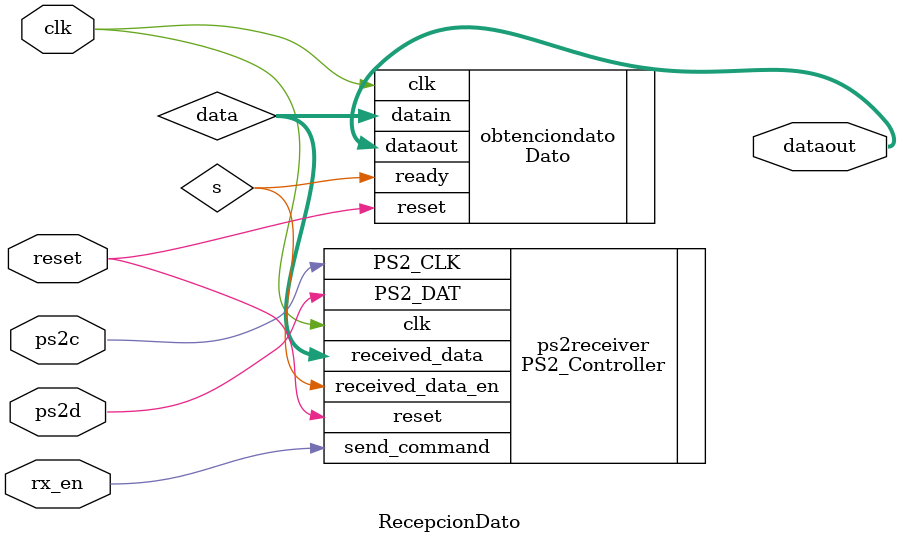
<source format=v>
`timescale 1ns / 1ps
module RecepcionDato(input wire clk, reset,
input wire ps2d, ps2c, rx_en,
output wire [7:0] dataout

    ); 
	  
wire s,s1; 
wire [7:0] data;
  


PS2_Controller ps2receiver(
.clk(clk),
.reset(reset),
.PS2_DAT(ps2d),
 .PS2_CLK(ps2c),
 .send_command(rx_en),
 .received_data_en(s),
 .received_data(data));
 
 
Dato obtenciondato( 
.ready(s),
 .clk(clk),
 .reset(reset),
 .datain(data),
 .dataout(dataout));


endmodule

</source>
